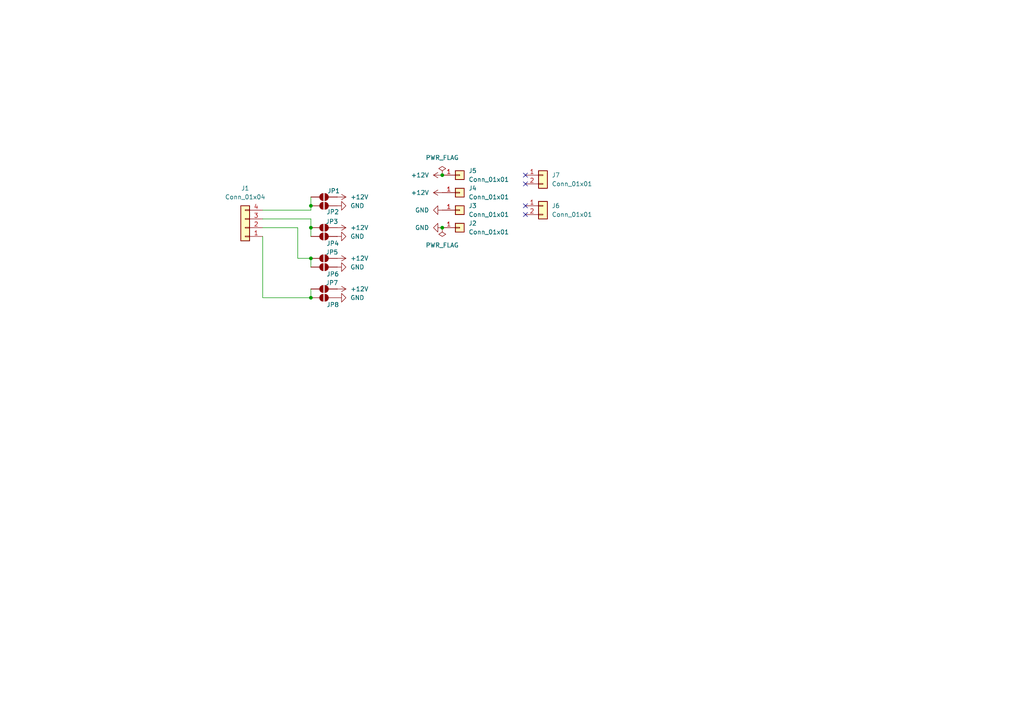
<source format=kicad_sch>
(kicad_sch (version 20231120) (generator "eeschema") (generator_version "8.0")
  (paper "A4")
  (lib_symbols
    (symbol "Connector_Generic:Conn_01x01" (pin_names (offset 1.016) hide)
      (property "Reference" "J" (at 0 2.54 0))
      (property "Value" "Conn_01x01" (at 0 -2.54 0))
      (symbol "Conn_01x01_1_1"
        (rectangle (start -1.27 0.127) (end 0 -0.127) (stroke (width 0.1524)))
        (rectangle (start -1.27 1.27) (end 1.27 -1.27) (stroke (width 0.254)) (fill (type background)))
        (pin passive line (at -5.08 0 0) (length 3.81) (name "Pin_1") (number "1"))
      )
    )
    (symbol "Connector_Generic:Conn_01x02" (pin_names (offset 1.016) hide)
      (property "Reference" "J" (at 0 2.54 0))
      (property "Value" "Conn_01x02" (at 0 -5.08 0))
      (symbol "Conn_01x02_1_1"
        (rectangle (start -1.27 -2.413) (end 0 -2.667) (stroke (width 0.1524)))
        (rectangle (start -1.27 0.127) (end 0 -0.127) (stroke (width 0.1524)))
        (rectangle (start -1.27 1.27) (end 1.27 -3.81) (stroke (width 0.254)) (fill (type background)))
        (pin passive line (at -5.08 0 0) (length 3.81) (name "Pin_1") (number "1"))
        (pin passive line (at -5.08 -2.54 0) (length 3.81) (name "Pin_2") (number "2"))
      )
    )
    (symbol "Connector_Generic:Conn_01x04" (pin_names (offset 1.016) hide)
      (property "Reference" "J" (at 0 5.08 0))
      (property "Value" "Conn_01x04" (at 0 -7.62 0))
      (symbol "Conn_01x04_1_1"
        (rectangle (start -1.27 -4.953) (end 0 -5.207) (stroke (width 0.1524)))
        (rectangle (start -1.27 -2.413) (end 0 -2.667) (stroke (width 0.1524)))
        (rectangle (start -1.27 0.127) (end 0 -0.127) (stroke (width 0.1524)))
        (rectangle (start -1.27 2.667) (end 0 2.413) (stroke (width 0.1524)))
        (rectangle (start -1.27 3.81) (end 1.27 -6.35) (stroke (width 0.254)) (fill (type background)))
        (pin passive line (at -5.08 2.54 0) (length 3.81) (name "Pin_1") (number "1"))
        (pin passive line (at -5.08 0 0) (length 3.81) (name "Pin_2") (number "2"))
        (pin passive line (at -5.08 -2.54 0) (length 3.81) (name "Pin_3") (number "3"))
        (pin passive line (at -5.08 -5.08 0) (length 3.81) (name "Pin_4") (number "4"))
      )
    )
    (symbol "Jumper:SolderJumper_2_Open" (pin_numbers hide) (pin_names (offset 0) hide) (exclude_from_sim yes) (in_bom no)
      (property "Reference" "JP" (at 0 2.032 0))
      (property "Value" "SolderJumper_2_Open" (at 0 -2.54 0))
      (symbol "SolderJumper_2_Open_0_1"
        (arc (start -0.254 1.016) (mid -1.2656 0) (end -0.254 -1.016))
        (arc (start -0.254 1.016) (mid -1.2656 0) (end -0.254 -1.016) (fill (type outline)))
        (polyline (pts (xy -0.254 1.016) (xy -0.254 -1.016)))
        (polyline (pts (xy 0.254 1.016) (xy 0.254 -1.016)))
        (arc (start 0.254 -1.016) (mid 1.2656 0) (end 0.254 1.016))
        (arc (start 0.254 -1.016) (mid 1.2656 0) (end 0.254 1.016) (fill (type outline)))
      )
      (symbol "SolderJumper_2_Open_1_1"
        (pin passive line (at -3.81 0 0) (length 2.54) (name "A") (number "1"))
        (pin passive line (at 3.81 0 180) (length 2.54) (name "B") (number "2"))
      )
    )
    (symbol "power:+12V" (power) (pin_numbers hide) (pin_names (offset 0) hide)
      (property "Value" "+12V" (at 0 3.556 0))
      (symbol "+12V_0_1"
        (polyline (pts (xy -0.762 1.27) (xy 0 2.54)))
        (polyline (pts (xy 0 0) (xy 0 2.54)))
        (polyline (pts (xy 0 2.54) (xy 0.762 1.27)))
      )
      (symbol "+12V_1_1"
        (pin power_in line (at 0 0 90) (length 0) (name "~") (number "1"))
      )
    )
    (symbol "power:GND" (power) (pin_numbers hide) (pin_names (offset 0) hide)
      (property "Value" "GND" (at 0 -3.81 0))
      (symbol "GND_0_1"
        (polyline (pts (xy 0 0) (xy 0 -1.27) (xy 1.27 -1.27) (xy 0 -2.54) (xy -1.27 -1.27) (xy 0 -1.27)))
      )
      (symbol "GND_1_1"
        (pin power_in line (at 0 0 270) (length 0) (name "~") (number "1"))
      )
    )
    (symbol "power:PWR_FLAG" (power) (pin_numbers hide) (pin_names (offset 0) hide)
      (property "Value" "PWR_FLAG" (at 0 3.81 0))
      (symbol "PWR_FLAG_0_0"
        (pin power_out line (at 0 0 90) (length 0) (name "~") (number "1"))
      )
      (symbol "PWR_FLAG_0_1"
        (polyline (pts (xy 0 0) (xy 0 1.27) (xy -1.016 1.905) (xy 0 2.54) (xy 1.016 1.905) (xy 0 1.27)))
      )
    )
  )
  (junction (at 90.17 59.69))
  (junction (at 90.17 86.36))
  (junction (at 90.17 66.04))
  (junction (at 90.17 74.93))
  (junction (at 128.27 66.04))
  (junction (at 128.27 50.8))
  (no_connect (at 152.4 50.8))
  (no_connect (at 152.4 62.23))
  (no_connect (at 152.4 59.69))
  (no_connect (at 152.4 53.34))
  (wire (pts (xy 76.2 60.96) (xy 90.17 60.96)))
  (wire (pts (xy 86.36 66.04) (xy 86.36 74.93)))
  (wire (pts (xy 76.2 66.04) (xy 86.36 66.04)))
  (wire (pts (xy 90.17 66.04) (xy 90.17 68.58)))
  (wire (pts (xy 90.17 83.82) (xy 90.17 86.36)))
  (wire (pts (xy 90.17 74.93) (xy 90.17 77.47)))
  (wire (pts (xy 76.2 63.5) (xy 90.17 63.5)))
  (wire (pts (xy 90.17 60.96) (xy 90.17 59.69)))
  (wire (pts (xy 90.17 63.5) (xy 90.17 66.04)))
  (wire (pts (xy 86.36 74.93) (xy 90.17 74.93)))
  (wire (pts (xy 76.2 86.36) (xy 90.17 86.36)))
  (wire (pts (xy 90.17 59.69) (xy 90.17 57.15)))
  (wire (pts (xy 76.2 68.58) (xy 76.2 86.36)))
  (symbol (lib_id "Jumper:SolderJumper_2_Open") (at 93.98 59.69 0) (unit 1) (exclude_from_sim yes) (in_bom no)
    (property "Reference" "JP2" (at 96.52 61.468 0))
    (property "Value" "SolderJumper_2_Open" (effects (hide yes)))
    (property "Footprint" "Jumper:SolderJumper-2_P1.3mm_Open_RoundedPad1.0x1.5mm" (effects (hide yes)))
    (property "Description" "Solder Jumper, 2-pole, open" (effects (hide yes)))
  )
  (symbol (lib_id "power:+12V") (at 97.79 74.93 270) (unit 1)
    (property "Reference" "#PWR05" (effects (hide yes)))
    (property "Value" "+12V" (at 101.6 74.9299 90) (effects (justify left)))
    (property "Description" "Power symbol creates a global label with name \"+12V\"" (effects (hide yes)))
  )
  (symbol (lib_id "Connector_Generic:Conn_01x02") (at 157.48 59.69 0) (unit 1)
    (property "Reference" "J6" (at 160.02 59.6899 0) (effects (justify left)))
    (property "Value" "Conn_01x01" (at 160.02 62.2299 0) (effects (justify left)))
    (property "Footprint" "laserdiode:23765912" (effects (hide yes)))
    (property "Description" "Generic connector, single row, 01x02, script generated (kicad-library-utils/schlib/autogen/connector/)" (effects (hide yes)))
    (property "Producer" "0906-1-15-20-75-14-11-0" (effects (hide yes)))
    (property "Mouser" "575-906115" (effects (hide yes)))
    (property "manuf#" "74663125R" (effects (hide yes)))
    (property "mouser#" "710-74663125R" (effects (hide yes)))
  )
  (symbol (lib_id "Jumper:SolderJumper_2_Open") (at 93.98 77.47 0) (unit 1) (exclude_from_sim yes) (in_bom no)
    (property "Reference" "JP6" (at 96.52 79.502 0))
    (property "Value" "SolderJumper_2_Open" (effects (hide yes)))
    (property "Footprint" "Jumper:SolderJumper-2_P1.3mm_Open_RoundedPad1.0x1.5mm" (effects (hide yes)))
    (property "Description" "Solder Jumper, 2-pole, open" (effects (hide yes)))
  )
  (symbol (lib_id "power:GND") (at 97.79 77.47 90) (unit 1)
    (property "Reference" "#PWR06" (effects (hide yes)))
    (property "Value" "GND" (at 101.6 77.4699 90) (effects (justify right)))
    (property "Description" "Power symbol creates a global label with name \"GND\" , ground" (effects (hide yes)))
  )
  (symbol (lib_id "Jumper:SolderJumper_2_Open") (at 93.98 57.15 0) (unit 1) (exclude_from_sim yes) (in_bom no)
    (property "Reference" "JP1" (at 96.774 55.372 0))
    (property "Value" "SolderJumper_2_Open" (effects (hide yes)))
    (property "Footprint" "Jumper:SolderJumper-2_P1.3mm_Open_RoundedPad1.0x1.5mm" (effects (hide yes)))
    (property "Description" "Solder Jumper, 2-pole, open" (effects (hide yes)))
  )
  (symbol (lib_id "power:+12V") (at 128.27 55.88 90) (unit 1)
    (property "Reference" "#PWR013" (effects (hide yes)))
    (property "Value" "+12V" (at 124.46 55.8801 90) (effects (justify left)))
    (property "Description" "Power symbol creates a global label with name \"+12V\"" (effects (hide yes)))
  )
  (symbol (lib_id "Connector_Generic:Conn_01x01") (at 133.35 55.88 0) (unit 1)
    (property "Reference" "J4" (at 135.89 54.6099 0) (effects (justify left)))
    (property "Value" "Conn_01x01" (at 135.89 57.1499 0) (effects (justify left)))
    (property "Footprint" "laserdiode:0906115207514110" (effects (hide yes)))
    (property "Description" "Generic connector, single row, 01x01, script generated (kicad-library-utils/schlib/autogen/connector/)" (effects (hide yes)))
    (property "Producer" "0906-1-15-20-75-14-11-0" (effects (hide yes)))
    (property "Mouser" "575-906115" (effects (hide yes)))
    (property "manuf#" "0906-1-15-20-75-14-11-0" (effects (hide yes)))
    (property "mouser#" "575-906115" (effects (hide yes)))
  )
  (symbol (lib_id "Connector_Generic:Conn_01x01") (at 133.35 50.8 0) (unit 1)
    (property "Reference" "J5" (at 135.89 49.5299 0) (effects (justify left)))
    (property "Value" "Conn_01x01" (at 135.89 52.0699 0) (effects (justify left)))
    (property "Footprint" "laserdiode:0906115207514110" (effects (hide yes)))
    (property "Description" "Generic connector, single row, 01x01, script generated (kicad-library-utils/schlib/autogen/connector/)" (effects (hide yes)))
    (property "manuf#" "0906-1-15-20-75-14-11-0" (effects (hide yes)))
    (property "mouser#" "575-906115" (effects (hide yes)))
  )
  (symbol (lib_id "power:+12V") (at 128.27 50.8 90) (unit 1)
    (property "Reference" "#PWR09" (effects (hide yes)))
    (property "Value" "+12V" (at 124.46 50.8001 90) (effects (justify left)))
    (property "Description" "Power symbol creates a global label with name \"+12V\"" (effects (hide yes)))
  )
  (symbol (lib_id "Jumper:SolderJumper_2_Open") (at 93.98 83.82 0) (unit 1) (exclude_from_sim yes) (in_bom no)
    (property "Reference" "JP7" (at 96.266 82.042 0))
    (property "Value" "SolderJumper_2_Open" (effects (hide yes)))
    (property "Footprint" "Jumper:SolderJumper-2_P1.3mm_Open_RoundedPad1.0x1.5mm" (effects (hide yes)))
    (property "Description" "Solder Jumper, 2-pole, open" (effects (hide yes)))
  )
  (symbol (lib_id "power:GND") (at 97.79 68.58 90) (unit 1)
    (property "Reference" "#PWR04" (effects (hide yes)))
    (property "Value" "GND" (at 101.6 68.5799 90) (effects (justify right)))
    (property "Description" "Power symbol creates a global label with name \"GND\" , ground" (effects (hide yes)))
  )
  (symbol (lib_id "Jumper:SolderJumper_2_Open") (at 93.98 68.58 0) (unit 1) (exclude_from_sim yes) (in_bom no)
    (property "Reference" "JP4" (at 96.52 70.612 0))
    (property "Value" "SolderJumper_2_Open" (effects (hide yes)))
    (property "Footprint" "Jumper:SolderJumper-2_P1.3mm_Open_RoundedPad1.0x1.5mm" (effects (hide yes)))
    (property "Description" "Solder Jumper, 2-pole, open" (effects (hide yes)))
  )
  (symbol (lib_id "power:+12V") (at 97.79 66.04 270) (unit 1)
    (property "Reference" "#PWR03" (effects (hide yes)))
    (property "Value" "+12V" (at 101.6 66.0399 90) (effects (justify left)))
    (property "Description" "Power symbol creates a global label with name \"+12V\"" (effects (hide yes)))
  )
  (symbol (lib_id "power:PWR_FLAG") (at 128.27 66.04 180) (unit 1)
    (property "Reference" "#FLG03" (effects (hide yes)))
    (property "Value" "PWR_FLAG" (at 128.27 71.12 0))
    (property "Description" "Special symbol for telling ERC where power comes from" (effects (hide yes)))
  )
  (symbol (lib_id "Connector_Generic:Conn_01x02") (at 157.48 50.8 0) (unit 1)
    (property "Reference" "J7" (at 160.02 50.7999 0) (effects (justify left)))
    (property "Value" "Conn_01x01" (at 160.02 53.3399 0) (effects (justify left)))
    (property "Footprint" "laserdiode:23765912" (effects (hide yes)))
    (property "Description" "Generic connector, single row, 01x02, script generated (kicad-library-utils/schlib/autogen/connector/)" (effects (hide yes)))
    (property "manuf#" "74663125R" (effects (hide yes)))
    (property "mouser#" "710-74663125R" (effects (hide yes)))
  )
  (symbol (lib_id "Connector_Generic:Conn_01x01") (at 133.35 60.96 0) (unit 1)
    (property "Reference" "J3" (at 135.89 59.6899 0) (effects (justify left)))
    (property "Value" "Conn_01x01" (at 135.89 62.2299 0) (effects (justify left)))
    (property "Footprint" "laserdiode:0906115207514110" (effects (hide yes)))
    (property "Description" "Generic connector, single row, 01x01, script generated (kicad-library-utils/schlib/autogen/connector/)" (effects (hide yes)))
    (property "Producer" "0906-1-15-20-75-14-11-0" (effects (hide yes)))
    (property "Mouser" "575-906115" (effects (hide yes)))
    (property "manuf#" "0906-1-15-20-75-14-11-0" (effects (hide yes)))
    (property "mouser#" "575-906115" (effects (hide yes)))
  )
  (symbol (lib_id "power:PWR_FLAG") (at 128.27 50.8 0) (unit 1)
    (property "Reference" "#FLG01" (effects (hide yes)))
    (property "Value" "PWR_FLAG" (at 123.444 45.72 0) (effects (justify left)))
    (property "Description" "Special symbol for telling ERC where power comes from" (effects (hide yes)))
  )
  (symbol (lib_id "power:GND") (at 97.79 59.69 90) (unit 1)
    (property "Reference" "#PWR02" (effects (hide yes)))
    (property "Value" "GND" (at 101.6 59.6899 90) (effects (justify right)))
    (property "Description" "Power symbol creates a global label with name \"GND\" , ground" (effects (hide yes)))
  )
  (symbol (lib_id "Connector_Generic:Conn_01x04") (at 71.12 66.04 180) (unit 1)
    (property "Reference" "J1" (at 71.12 54.61 0))
    (property "Value" "Conn_01x04" (at 71.12 57.15 0))
    (property "Footprint" "laserdiode:TO-18-4" (effects (hide yes)))
    (property "Description" "Generic connector, single row, 01x04, script generated (kicad-library-utils/schlib/autogen/connector/)" (effects (hide yes)))
  )
  (symbol (lib_id "power:+12V") (at 97.79 57.15 270) (unit 1)
    (property "Reference" "#PWR01" (effects (hide yes)))
    (property "Value" "+12V" (at 101.6 57.1499 90) (effects (justify left)))
    (property "Description" "Power symbol creates a global label with name \"+12V\"" (effects (hide yes)))
  )
  (symbol (lib_id "Jumper:SolderJumper_2_Open") (at 93.98 86.36 0) (unit 1) (exclude_from_sim yes) (in_bom no)
    (property "Reference" "JP8" (at 96.52 88.392 0))
    (property "Value" "SolderJumper_2_Open" (effects (hide yes)))
    (property "Footprint" "Jumper:SolderJumper-2_P1.3mm_Open_RoundedPad1.0x1.5mm" (effects (hide yes)))
    (property "Description" "Solder Jumper, 2-pole, open" (effects (hide yes)))
  )
  (symbol (lib_id "Jumper:SolderJumper_2_Open") (at 93.98 66.04 0) (unit 1) (exclude_from_sim yes) (in_bom no)
    (property "Reference" "JP3" (at 96.266 64.262 0))
    (property "Value" "SolderJumper_2_Open" (effects (hide yes)))
    (property "Footprint" "Jumper:SolderJumper-2_P1.3mm_Open_RoundedPad1.0x1.5mm" (effects (hide yes)))
    (property "Description" "Solder Jumper, 2-pole, open" (effects (hide yes)))
  )
  (symbol (lib_id "power:GND") (at 97.79 86.36 90) (unit 1)
    (property "Reference" "#PWR08" (effects (hide yes)))
    (property "Value" "GND" (at 101.6 86.3599 90) (effects (justify right)))
    (property "Description" "Power symbol creates a global label with name \"GND\" , ground" (effects (hide yes)))
  )
  (symbol (lib_id "power:+12V") (at 97.79 83.82 270) (unit 1)
    (property "Reference" "#PWR07" (effects (hide yes)))
    (property "Value" "+12V" (at 101.6 83.8199 90) (effects (justify left)))
    (property "Description" "Power symbol creates a global label with name \"+12V\"" (effects (hide yes)))
  )
  (symbol (lib_id "Jumper:SolderJumper_2_Open") (at 93.98 74.93 0) (unit 1) (exclude_from_sim yes) (in_bom no)
    (property "Reference" "JP5" (at 96.266 73.152 0))
    (property "Value" "SolderJumper_2_Open" (effects (hide yes)))
    (property "Footprint" "Jumper:SolderJumper-2_P1.3mm_Open_RoundedPad1.0x1.5mm" (effects (hide yes)))
    (property "Description" "Solder Jumper, 2-pole, open" (effects (hide yes)))
  )
  (symbol (lib_id "power:GND") (at 128.27 66.04 270) (unit 1)
    (property "Reference" "#PWR011" (effects (hide yes)))
    (property "Value" "GND" (at 124.46 66.0399 90) (effects (justify right)))
    (property "Description" "Power symbol creates a global label with name \"GND\" , ground" (effects (hide yes)))
  )
  (symbol (lib_id "power:GND") (at 128.27 60.96 270) (unit 1)
    (property "Reference" "#PWR012" (effects (hide yes)))
    (property "Value" "GND" (at 124.46 60.9599 90) (effects (justify right)))
    (property "Description" "Power symbol creates a global label with name \"GND\" , ground" (effects (hide yes)))
  )
  (symbol (lib_id "Connector_Generic:Conn_01x01") (at 133.35 66.04 0) (unit 1)
    (property "Reference" "J2" (at 135.89 64.7699 0) (effects (justify left)))
    (property "Value" "Conn_01x01" (at 135.89 67.3099 0) (effects (justify left)))
    (property "Footprint" "laserdiode:0906115207514110" (effects (hide yes)))
    (property "Description" "Generic connector, single row, 01x01, script generated (kicad-library-utils/schlib/autogen/connector/)" (effects (hide yes)))
    (property "Producer" "0906-1-15-20-75-14-11-0" (effects (hide yes)))
    (property "Mouser" "575-906115" (effects (hide yes)))
    (property "manuf#" "0906-1-15-20-75-14-11-0" (effects (hide yes)))
    (property "mouser#" "575-906115" (effects (hide yes)))
  )
)
</source>
